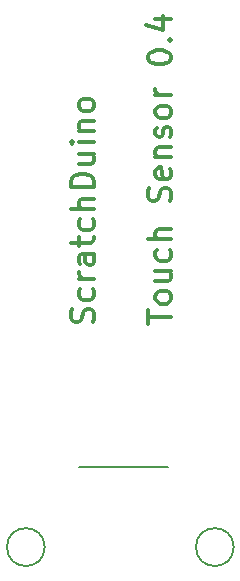
<source format=gbr>
G04 (created by PCBNEW (2013-may-18)-stable) date Вт 27 окт 2015 03:11:57*
%MOIN*%
G04 Gerber Fmt 3.4, Leading zero omitted, Abs format*
%FSLAX34Y34*%
G01*
G70*
G90*
G04 APERTURE LIST*
%ADD10C,0.00393701*%
%ADD11C,0.00787402*%
%ADD12C,0.011811*%
%ADD13C,0.00590551*%
G04 APERTURE END LIST*
G54D10*
G54D11*
X10236Y-27854D02*
X13188Y-27854D01*
X9094Y-30511D02*
G75*
G03X9094Y-30511I-630J0D01*
G74*
G01*
X15394Y-30511D02*
G75*
G03X15394Y-30511I-630J0D01*
G74*
G01*
G54D12*
X12523Y-23068D02*
X12523Y-22619D01*
X13310Y-22844D02*
X12523Y-22844D01*
X13310Y-22244D02*
X13273Y-22319D01*
X13235Y-22356D01*
X13160Y-22394D01*
X12935Y-22394D01*
X12860Y-22356D01*
X12823Y-22319D01*
X12785Y-22244D01*
X12785Y-22131D01*
X12823Y-22056D01*
X12860Y-22019D01*
X12935Y-21981D01*
X13160Y-21981D01*
X13235Y-22019D01*
X13273Y-22056D01*
X13310Y-22131D01*
X13310Y-22244D01*
X12785Y-21306D02*
X13310Y-21306D01*
X12785Y-21644D02*
X13198Y-21644D01*
X13273Y-21606D01*
X13310Y-21531D01*
X13310Y-21419D01*
X13273Y-21344D01*
X13235Y-21306D01*
X13273Y-20594D02*
X13310Y-20669D01*
X13310Y-20819D01*
X13273Y-20894D01*
X13235Y-20931D01*
X13160Y-20969D01*
X12935Y-20969D01*
X12860Y-20931D01*
X12823Y-20894D01*
X12785Y-20819D01*
X12785Y-20669D01*
X12823Y-20594D01*
X13310Y-20256D02*
X12523Y-20256D01*
X13310Y-19919D02*
X12898Y-19919D01*
X12823Y-19956D01*
X12785Y-20031D01*
X12785Y-20144D01*
X12823Y-20219D01*
X12860Y-20256D01*
X13273Y-18982D02*
X13310Y-18869D01*
X13310Y-18682D01*
X13273Y-18607D01*
X13235Y-18569D01*
X13160Y-18532D01*
X13085Y-18532D01*
X13010Y-18569D01*
X12973Y-18607D01*
X12935Y-18682D01*
X12898Y-18832D01*
X12860Y-18907D01*
X12823Y-18944D01*
X12748Y-18982D01*
X12673Y-18982D01*
X12598Y-18944D01*
X12560Y-18907D01*
X12523Y-18832D01*
X12523Y-18644D01*
X12560Y-18532D01*
X13273Y-17894D02*
X13310Y-17969D01*
X13310Y-18119D01*
X13273Y-18194D01*
X13198Y-18232D01*
X12898Y-18232D01*
X12823Y-18194D01*
X12785Y-18119D01*
X12785Y-17969D01*
X12823Y-17894D01*
X12898Y-17857D01*
X12973Y-17857D01*
X13048Y-18232D01*
X12785Y-17519D02*
X13310Y-17519D01*
X12860Y-17519D02*
X12823Y-17482D01*
X12785Y-17407D01*
X12785Y-17294D01*
X12823Y-17219D01*
X12898Y-17182D01*
X13310Y-17182D01*
X13273Y-16844D02*
X13310Y-16769D01*
X13310Y-16619D01*
X13273Y-16544D01*
X13198Y-16507D01*
X13160Y-16507D01*
X13085Y-16544D01*
X13048Y-16619D01*
X13048Y-16732D01*
X13010Y-16807D01*
X12935Y-16844D01*
X12898Y-16844D01*
X12823Y-16807D01*
X12785Y-16732D01*
X12785Y-16619D01*
X12823Y-16544D01*
X13310Y-16057D02*
X13273Y-16132D01*
X13235Y-16169D01*
X13160Y-16207D01*
X12935Y-16207D01*
X12860Y-16169D01*
X12823Y-16132D01*
X12785Y-16057D01*
X12785Y-15944D01*
X12823Y-15869D01*
X12860Y-15832D01*
X12935Y-15794D01*
X13160Y-15794D01*
X13235Y-15832D01*
X13273Y-15869D01*
X13310Y-15944D01*
X13310Y-16057D01*
X13310Y-15457D02*
X12785Y-15457D01*
X12935Y-15457D02*
X12860Y-15419D01*
X12823Y-15382D01*
X12785Y-15307D01*
X12785Y-15232D01*
X12523Y-14220D02*
X12523Y-14145D01*
X12560Y-14070D01*
X12598Y-14032D01*
X12673Y-13995D01*
X12823Y-13957D01*
X13010Y-13957D01*
X13160Y-13995D01*
X13235Y-14032D01*
X13273Y-14070D01*
X13310Y-14145D01*
X13310Y-14220D01*
X13273Y-14295D01*
X13235Y-14332D01*
X13160Y-14370D01*
X13010Y-14407D01*
X12823Y-14407D01*
X12673Y-14370D01*
X12598Y-14332D01*
X12560Y-14295D01*
X12523Y-14220D01*
X13235Y-13620D02*
X13273Y-13582D01*
X13310Y-13620D01*
X13273Y-13657D01*
X13235Y-13620D01*
X13310Y-13620D01*
X12785Y-12907D02*
X13310Y-12907D01*
X12485Y-13095D02*
X13048Y-13282D01*
X13048Y-12795D01*
X10714Y-23022D02*
X10751Y-22909D01*
X10751Y-22722D01*
X10714Y-22647D01*
X10676Y-22609D01*
X10601Y-22572D01*
X10526Y-22572D01*
X10451Y-22609D01*
X10414Y-22647D01*
X10376Y-22722D01*
X10339Y-22872D01*
X10301Y-22947D01*
X10264Y-22984D01*
X10189Y-23022D01*
X10114Y-23022D01*
X10039Y-22984D01*
X10001Y-22947D01*
X9964Y-22872D01*
X9964Y-22684D01*
X10001Y-22572D01*
X10714Y-21897D02*
X10751Y-21972D01*
X10751Y-22122D01*
X10714Y-22197D01*
X10676Y-22234D01*
X10601Y-22272D01*
X10376Y-22272D01*
X10301Y-22234D01*
X10264Y-22197D01*
X10226Y-22122D01*
X10226Y-21972D01*
X10264Y-21897D01*
X10751Y-21559D02*
X10226Y-21559D01*
X10376Y-21559D02*
X10301Y-21522D01*
X10264Y-21484D01*
X10226Y-21409D01*
X10226Y-21334D01*
X10751Y-20734D02*
X10339Y-20734D01*
X10264Y-20772D01*
X10226Y-20847D01*
X10226Y-20997D01*
X10264Y-21072D01*
X10714Y-20734D02*
X10751Y-20809D01*
X10751Y-20997D01*
X10714Y-21072D01*
X10639Y-21109D01*
X10564Y-21109D01*
X10489Y-21072D01*
X10451Y-20997D01*
X10451Y-20809D01*
X10414Y-20734D01*
X10226Y-20472D02*
X10226Y-20172D01*
X9964Y-20359D02*
X10639Y-20359D01*
X10714Y-20322D01*
X10751Y-20247D01*
X10751Y-20172D01*
X10714Y-19572D02*
X10751Y-19647D01*
X10751Y-19797D01*
X10714Y-19872D01*
X10676Y-19910D01*
X10601Y-19947D01*
X10376Y-19947D01*
X10301Y-19910D01*
X10264Y-19872D01*
X10226Y-19797D01*
X10226Y-19647D01*
X10264Y-19572D01*
X10751Y-19235D02*
X9964Y-19235D01*
X10751Y-18897D02*
X10339Y-18897D01*
X10264Y-18935D01*
X10226Y-19010D01*
X10226Y-19122D01*
X10264Y-19197D01*
X10301Y-19235D01*
X10751Y-18522D02*
X9964Y-18522D01*
X9964Y-18335D01*
X10001Y-18222D01*
X10076Y-18147D01*
X10151Y-18110D01*
X10301Y-18072D01*
X10414Y-18072D01*
X10564Y-18110D01*
X10639Y-18147D01*
X10714Y-18222D01*
X10751Y-18335D01*
X10751Y-18522D01*
X10226Y-17397D02*
X10751Y-17397D01*
X10226Y-17735D02*
X10639Y-17735D01*
X10714Y-17697D01*
X10751Y-17622D01*
X10751Y-17510D01*
X10714Y-17435D01*
X10676Y-17397D01*
X10751Y-17022D02*
X10226Y-17022D01*
X9964Y-17022D02*
X10001Y-17060D01*
X10039Y-17022D01*
X10001Y-16985D01*
X9964Y-17022D01*
X10039Y-17022D01*
X10226Y-16647D02*
X10751Y-16647D01*
X10301Y-16647D02*
X10264Y-16610D01*
X10226Y-16535D01*
X10226Y-16422D01*
X10264Y-16347D01*
X10339Y-16310D01*
X10751Y-16310D01*
X10751Y-15823D02*
X10714Y-15898D01*
X10676Y-15935D01*
X10601Y-15973D01*
X10376Y-15973D01*
X10301Y-15935D01*
X10264Y-15898D01*
X10226Y-15823D01*
X10226Y-15710D01*
X10264Y-15635D01*
X10301Y-15598D01*
X10376Y-15560D01*
X10601Y-15560D01*
X10676Y-15598D01*
X10714Y-15635D01*
X10751Y-15710D01*
X10751Y-15823D01*
G54D13*
M02*

</source>
